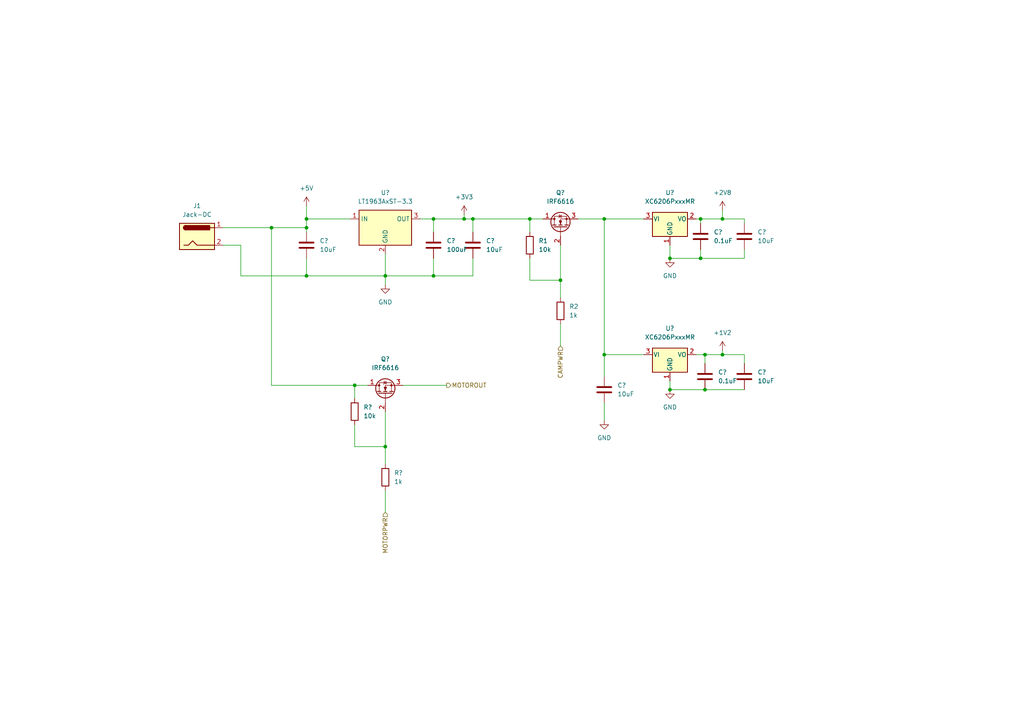
<source format=kicad_sch>
(kicad_sch (version 20211123) (generator eeschema)

  (uuid 9b0bdd01-8671-43b0-a690-85b1b211ff4e)

  (paper "A4")

  (lib_symbols
    (symbol "Connector:Jack-DC" (pin_names (offset 1.016)) (in_bom yes) (on_board yes)
      (property "Reference" "J" (id 0) (at 0 5.334 0)
        (effects (font (size 1.27 1.27)))
      )
      (property "Value" "Jack-DC" (id 1) (at 0 -5.08 0)
        (effects (font (size 1.27 1.27)))
      )
      (property "Footprint" "" (id 2) (at 1.27 -1.016 0)
        (effects (font (size 1.27 1.27)) hide)
      )
      (property "Datasheet" "~" (id 3) (at 1.27 -1.016 0)
        (effects (font (size 1.27 1.27)) hide)
      )
      (property "ki_keywords" "DC power barrel jack connector" (id 4) (at 0 0 0)
        (effects (font (size 1.27 1.27)) hide)
      )
      (property "ki_description" "DC Barrel Jack" (id 5) (at 0 0 0)
        (effects (font (size 1.27 1.27)) hide)
      )
      (property "ki_fp_filters" "BarrelJack*" (id 6) (at 0 0 0)
        (effects (font (size 1.27 1.27)) hide)
      )
      (symbol "Jack-DC_0_1"
        (rectangle (start -5.08 3.81) (end 5.08 -3.81)
          (stroke (width 0.254) (type default) (color 0 0 0 0))
          (fill (type background))
        )
        (arc (start -3.302 3.175) (mid -3.937 2.54) (end -3.302 1.905)
          (stroke (width 0.254) (type default) (color 0 0 0 0))
          (fill (type none))
        )
        (arc (start -3.302 3.175) (mid -3.937 2.54) (end -3.302 1.905)
          (stroke (width 0.254) (type default) (color 0 0 0 0))
          (fill (type outline))
        )
        (polyline
          (pts
            (xy 5.08 2.54)
            (xy 3.81 2.54)
          )
          (stroke (width 0.254) (type default) (color 0 0 0 0))
          (fill (type none))
        )
        (polyline
          (pts
            (xy -3.81 -2.54)
            (xy -2.54 -2.54)
            (xy -1.27 -1.27)
            (xy 0 -2.54)
            (xy 2.54 -2.54)
            (xy 5.08 -2.54)
          )
          (stroke (width 0.254) (type default) (color 0 0 0 0))
          (fill (type none))
        )
        (rectangle (start 3.683 3.175) (end -3.302 1.905)
          (stroke (width 0.254) (type default) (color 0 0 0 0))
          (fill (type outline))
        )
      )
      (symbol "Jack-DC_1_1"
        (pin passive line (at 7.62 2.54 180) (length 2.54)
          (name "~" (effects (font (size 1.27 1.27))))
          (number "1" (effects (font (size 1.27 1.27))))
        )
        (pin passive line (at 7.62 -2.54 180) (length 2.54)
          (name "~" (effects (font (size 1.27 1.27))))
          (number "2" (effects (font (size 1.27 1.27))))
        )
      )
    )
    (symbol "Device:C" (pin_numbers hide) (pin_names (offset 0.254)) (in_bom yes) (on_board yes)
      (property "Reference" "C" (id 0) (at 0.635 2.54 0)
        (effects (font (size 1.27 1.27)) (justify left))
      )
      (property "Value" "C" (id 1) (at 0.635 -2.54 0)
        (effects (font (size 1.27 1.27)) (justify left))
      )
      (property "Footprint" "" (id 2) (at 0.9652 -3.81 0)
        (effects (font (size 1.27 1.27)) hide)
      )
      (property "Datasheet" "~" (id 3) (at 0 0 0)
        (effects (font (size 1.27 1.27)) hide)
      )
      (property "ki_keywords" "cap capacitor" (id 4) (at 0 0 0)
        (effects (font (size 1.27 1.27)) hide)
      )
      (property "ki_description" "Unpolarized capacitor" (id 5) (at 0 0 0)
        (effects (font (size 1.27 1.27)) hide)
      )
      (property "ki_fp_filters" "C_*" (id 6) (at 0 0 0)
        (effects (font (size 1.27 1.27)) hide)
      )
      (symbol "C_0_1"
        (polyline
          (pts
            (xy -2.032 -0.762)
            (xy 2.032 -0.762)
          )
          (stroke (width 0.508) (type default) (color 0 0 0 0))
          (fill (type none))
        )
        (polyline
          (pts
            (xy -2.032 0.762)
            (xy 2.032 0.762)
          )
          (stroke (width 0.508) (type default) (color 0 0 0 0))
          (fill (type none))
        )
      )
      (symbol "C_1_1"
        (pin passive line (at 0 3.81 270) (length 2.794)
          (name "~" (effects (font (size 1.27 1.27))))
          (number "1" (effects (font (size 1.27 1.27))))
        )
        (pin passive line (at 0 -3.81 90) (length 2.794)
          (name "~" (effects (font (size 1.27 1.27))))
          (number "2" (effects (font (size 1.27 1.27))))
        )
      )
    )
    (symbol "Device:R" (pin_numbers hide) (pin_names (offset 0)) (in_bom yes) (on_board yes)
      (property "Reference" "R" (id 0) (at 2.032 0 90)
        (effects (font (size 1.27 1.27)))
      )
      (property "Value" "R" (id 1) (at 0 0 90)
        (effects (font (size 1.27 1.27)))
      )
      (property "Footprint" "" (id 2) (at -1.778 0 90)
        (effects (font (size 1.27 1.27)) hide)
      )
      (property "Datasheet" "~" (id 3) (at 0 0 0)
        (effects (font (size 1.27 1.27)) hide)
      )
      (property "ki_keywords" "R res resistor" (id 4) (at 0 0 0)
        (effects (font (size 1.27 1.27)) hide)
      )
      (property "ki_description" "Resistor" (id 5) (at 0 0 0)
        (effects (font (size 1.27 1.27)) hide)
      )
      (property "ki_fp_filters" "R_*" (id 6) (at 0 0 0)
        (effects (font (size 1.27 1.27)) hide)
      )
      (symbol "R_0_1"
        (rectangle (start -1.016 -2.54) (end 1.016 2.54)
          (stroke (width 0.254) (type default) (color 0 0 0 0))
          (fill (type none))
        )
      )
      (symbol "R_1_1"
        (pin passive line (at 0 3.81 270) (length 1.27)
          (name "~" (effects (font (size 1.27 1.27))))
          (number "1" (effects (font (size 1.27 1.27))))
        )
        (pin passive line (at 0 -3.81 90) (length 1.27)
          (name "~" (effects (font (size 1.27 1.27))))
          (number "2" (effects (font (size 1.27 1.27))))
        )
      )
    )
    (symbol "Regulator_Linear:LT1963AxST-3.3" (in_bom yes) (on_board yes)
      (property "Reference" "U" (id 0) (at -7.62 6.35 0)
        (effects (font (size 1.27 1.27)) (justify left))
      )
      (property "Value" "LT1963AxST-3.3" (id 1) (at -1.27 6.35 0)
        (effects (font (size 1.27 1.27)) (justify left))
      )
      (property "Footprint" "Package_TO_SOT_SMD:SOT-223-3_TabPin2" (id 2) (at 0 -11.43 0)
        (effects (font (size 1.27 1.27)) hide)
      )
      (property "Datasheet" "https://www.analog.com/media/en/technical-documentation/data-sheets/1963aff.pdf" (id 3) (at 0 -13.97 0)
        (effects (font (size 1.27 1.27)) hide)
      )
      (property "ki_keywords" "LDO voltage regulator fixed" (id 4) (at 0 0 0)
        (effects (font (size 1.27 1.27)) hide)
      )
      (property "ki_description" "3.3V, 1.5A, Low Noise, Fast Transient Response LDO Regulator, SOT-223" (id 5) (at 0 0 0)
        (effects (font (size 1.27 1.27)) hide)
      )
      (property "ki_fp_filters" "SOT*223*" (id 6) (at 0 0 0)
        (effects (font (size 1.27 1.27)) hide)
      )
      (symbol "LT1963AxST-3.3_0_1"
        (rectangle (start -7.62 5.08) (end 7.62 -5.08)
          (stroke (width 0.254) (type default) (color 0 0 0 0))
          (fill (type background))
        )
      )
      (symbol "LT1963AxST-3.3_1_1"
        (pin power_in line (at -10.16 2.54 0) (length 2.54)
          (name "IN" (effects (font (size 1.27 1.27))))
          (number "1" (effects (font (size 1.27 1.27))))
        )
        (pin power_in line (at 0 -7.62 90) (length 2.54)
          (name "GND" (effects (font (size 1.27 1.27))))
          (number "2" (effects (font (size 1.27 1.27))))
        )
        (pin power_out line (at 10.16 2.54 180) (length 2.54)
          (name "OUT" (effects (font (size 1.27 1.27))))
          (number "3" (effects (font (size 1.27 1.27))))
        )
      )
    )
    (symbol "Regulator_Linear:XC6206PxxxMR" (pin_names (offset 0.254)) (in_bom yes) (on_board yes)
      (property "Reference" "U" (id 0) (at -3.81 3.175 0)
        (effects (font (size 1.27 1.27)))
      )
      (property "Value" "XC6206PxxxMR" (id 1) (at 0 3.175 0)
        (effects (font (size 1.27 1.27)) (justify left))
      )
      (property "Footprint" "Package_TO_SOT_SMD:SOT-23" (id 2) (at 0 5.715 0)
        (effects (font (size 1.27 1.27) italic) hide)
      )
      (property "Datasheet" "https://www.torexsemi.com/file/xc6206/XC6206.pdf" (id 3) (at 0 0 0)
        (effects (font (size 1.27 1.27)) hide)
      )
      (property "ki_keywords" "Torex LDO Voltage Regulator Fixed Positive" (id 4) (at 0 0 0)
        (effects (font (size 1.27 1.27)) hide)
      )
      (property "ki_description" "Positive 60-250mA Low Dropout Regulator, Fixed Output, SOT-23" (id 5) (at 0 0 0)
        (effects (font (size 1.27 1.27)) hide)
      )
      (property "ki_fp_filters" "SOT?23*" (id 6) (at 0 0 0)
        (effects (font (size 1.27 1.27)) hide)
      )
      (symbol "XC6206PxxxMR_0_1"
        (rectangle (start -5.08 1.905) (end 5.08 -5.08)
          (stroke (width 0.254) (type default) (color 0 0 0 0))
          (fill (type background))
        )
      )
      (symbol "XC6206PxxxMR_1_1"
        (pin power_in line (at 0 -7.62 90) (length 2.54)
          (name "GND" (effects (font (size 1.27 1.27))))
          (number "1" (effects (font (size 1.27 1.27))))
        )
        (pin power_out line (at 7.62 0 180) (length 2.54)
          (name "VO" (effects (font (size 1.27 1.27))))
          (number "2" (effects (font (size 1.27 1.27))))
        )
        (pin power_in line (at -7.62 0 0) (length 2.54)
          (name "VI" (effects (font (size 1.27 1.27))))
          (number "3" (effects (font (size 1.27 1.27))))
        )
      )
    )
    (symbol "Transistor_FET:IRF6616" (pin_names hide) (in_bom yes) (on_board yes)
      (property "Reference" "Q" (id 0) (at 5.08 1.905 0)
        (effects (font (size 1.27 1.27)) (justify left))
      )
      (property "Value" "IRF6616" (id 1) (at 5.08 0 0)
        (effects (font (size 1.27 1.27)) (justify left))
      )
      (property "Footprint" "Package_DirectFET:DirectFET_MX" (id 2) (at 0 0 0)
        (effects (font (size 1.27 1.27) italic) hide)
      )
      (property "Datasheet" "https://www.infineon.com/dgdl/irf6616pbf.pdf?fileId=5546d462533600a4015355e843461a13" (id 3) (at 0 0 0)
        (effects (font (size 1.27 1.27)) (justify left) hide)
      )
      (property "ki_keywords" "N-Channel MOSFET" (id 4) (at 0 0 0)
        (effects (font (size 1.27 1.27)) hide)
      )
      (property "ki_description" "19A Id, 40V Vds, 5mOhm Rds, N-Channel MOSFET, DirectFET MX" (id 5) (at 0 0 0)
        (effects (font (size 1.27 1.27)) hide)
      )
      (property "ki_fp_filters" "DirectFET*MX*" (id 6) (at 0 0 0)
        (effects (font (size 1.27 1.27)) hide)
      )
      (symbol "IRF6616_0_1"
        (polyline
          (pts
            (xy 0.254 0)
            (xy -2.54 0)
          )
          (stroke (width 0) (type default) (color 0 0 0 0))
          (fill (type none))
        )
        (polyline
          (pts
            (xy 0.254 1.905)
            (xy 0.254 -1.905)
          )
          (stroke (width 0.254) (type default) (color 0 0 0 0))
          (fill (type none))
        )
        (polyline
          (pts
            (xy 0.762 -1.27)
            (xy 0.762 -2.286)
          )
          (stroke (width 0.254) (type default) (color 0 0 0 0))
          (fill (type none))
        )
        (polyline
          (pts
            (xy 0.762 0.508)
            (xy 0.762 -0.508)
          )
          (stroke (width 0.254) (type default) (color 0 0 0 0))
          (fill (type none))
        )
        (polyline
          (pts
            (xy 0.762 2.286)
            (xy 0.762 1.27)
          )
          (stroke (width 0.254) (type default) (color 0 0 0 0))
          (fill (type none))
        )
        (polyline
          (pts
            (xy 2.54 2.54)
            (xy 2.54 1.778)
          )
          (stroke (width 0) (type default) (color 0 0 0 0))
          (fill (type none))
        )
        (polyline
          (pts
            (xy 2.54 -2.54)
            (xy 2.54 0)
            (xy 0.762 0)
          )
          (stroke (width 0) (type default) (color 0 0 0 0))
          (fill (type none))
        )
        (polyline
          (pts
            (xy 0.762 -1.778)
            (xy 3.302 -1.778)
            (xy 3.302 1.778)
            (xy 0.762 1.778)
          )
          (stroke (width 0) (type default) (color 0 0 0 0))
          (fill (type none))
        )
        (polyline
          (pts
            (xy 1.016 0)
            (xy 2.032 0.381)
            (xy 2.032 -0.381)
            (xy 1.016 0)
          )
          (stroke (width 0) (type default) (color 0 0 0 0))
          (fill (type outline))
        )
        (polyline
          (pts
            (xy 2.794 0.508)
            (xy 2.921 0.381)
            (xy 3.683 0.381)
            (xy 3.81 0.254)
          )
          (stroke (width 0) (type default) (color 0 0 0 0))
          (fill (type none))
        )
        (polyline
          (pts
            (xy 3.302 0.381)
            (xy 2.921 -0.254)
            (xy 3.683 -0.254)
            (xy 3.302 0.381)
          )
          (stroke (width 0) (type default) (color 0 0 0 0))
          (fill (type none))
        )
        (circle (center 1.651 0) (radius 2.794)
          (stroke (width 0.254) (type default) (color 0 0 0 0))
          (fill (type none))
        )
        (circle (center 2.54 -1.778) (radius 0.254)
          (stroke (width 0) (type default) (color 0 0 0 0))
          (fill (type outline))
        )
        (circle (center 2.54 1.778) (radius 0.254)
          (stroke (width 0) (type default) (color 0 0 0 0))
          (fill (type outline))
        )
      )
      (symbol "IRF6616_1_1"
        (pin passive line (at 2.54 5.08 270) (length 2.54)
          (name "D" (effects (font (size 1.27 1.27))))
          (number "1" (effects (font (size 1.27 1.27))))
        )
        (pin input line (at -5.08 0 0) (length 2.54)
          (name "G" (effects (font (size 1.27 1.27))))
          (number "2" (effects (font (size 1.27 1.27))))
        )
        (pin passive line (at 2.54 -5.08 90) (length 2.54)
          (name "S" (effects (font (size 1.27 1.27))))
          (number "3" (effects (font (size 1.27 1.27))))
        )
      )
    )
    (symbol "power:+1V2" (power) (pin_names (offset 0)) (in_bom yes) (on_board yes)
      (property "Reference" "#PWR" (id 0) (at 0 -3.81 0)
        (effects (font (size 1.27 1.27)) hide)
      )
      (property "Value" "+1V2" (id 1) (at 0 3.556 0)
        (effects (font (size 1.27 1.27)))
      )
      (property "Footprint" "" (id 2) (at 0 0 0)
        (effects (font (size 1.27 1.27)) hide)
      )
      (property "Datasheet" "" (id 3) (at 0 0 0)
        (effects (font (size 1.27 1.27)) hide)
      )
      (property "ki_keywords" "power-flag" (id 4) (at 0 0 0)
        (effects (font (size 1.27 1.27)) hide)
      )
      (property "ki_description" "Power symbol creates a global label with name \"+1V2\"" (id 5) (at 0 0 0)
        (effects (font (size 1.27 1.27)) hide)
      )
      (symbol "+1V2_0_1"
        (polyline
          (pts
            (xy -0.762 1.27)
            (xy 0 2.54)
          )
          (stroke (width 0) (type default) (color 0 0 0 0))
          (fill (type none))
        )
        (polyline
          (pts
            (xy 0 0)
            (xy 0 2.54)
          )
          (stroke (width 0) (type default) (color 0 0 0 0))
          (fill (type none))
        )
        (polyline
          (pts
            (xy 0 2.54)
            (xy 0.762 1.27)
          )
          (stroke (width 0) (type default) (color 0 0 0 0))
          (fill (type none))
        )
      )
      (symbol "+1V2_1_1"
        (pin power_in line (at 0 0 90) (length 0) hide
          (name "+1V2" (effects (font (size 1.27 1.27))))
          (number "1" (effects (font (size 1.27 1.27))))
        )
      )
    )
    (symbol "power:+2V8" (power) (pin_names (offset 0)) (in_bom yes) (on_board yes)
      (property "Reference" "#PWR" (id 0) (at 0 -3.81 0)
        (effects (font (size 1.27 1.27)) hide)
      )
      (property "Value" "+2V8" (id 1) (at 0 3.556 0)
        (effects (font (size 1.27 1.27)))
      )
      (property "Footprint" "" (id 2) (at 0 0 0)
        (effects (font (size 1.27 1.27)) hide)
      )
      (property "Datasheet" "" (id 3) (at 0 0 0)
        (effects (font (size 1.27 1.27)) hide)
      )
      (property "ki_keywords" "power-flag" (id 4) (at 0 0 0)
        (effects (font (size 1.27 1.27)) hide)
      )
      (property "ki_description" "Power symbol creates a global label with name \"+2V8\"" (id 5) (at 0 0 0)
        (effects (font (size 1.27 1.27)) hide)
      )
      (symbol "+2V8_0_1"
        (polyline
          (pts
            (xy -0.762 1.27)
            (xy 0 2.54)
          )
          (stroke (width 0) (type default) (color 0 0 0 0))
          (fill (type none))
        )
        (polyline
          (pts
            (xy 0 0)
            (xy 0 2.54)
          )
          (stroke (width 0) (type default) (color 0 0 0 0))
          (fill (type none))
        )
        (polyline
          (pts
            (xy 0 2.54)
            (xy 0.762 1.27)
          )
          (stroke (width 0) (type default) (color 0 0 0 0))
          (fill (type none))
        )
      )
      (symbol "+2V8_1_1"
        (pin power_in line (at 0 0 90) (length 0) hide
          (name "+2V8" (effects (font (size 1.27 1.27))))
          (number "1" (effects (font (size 1.27 1.27))))
        )
      )
    )
    (symbol "power:+3.3V" (power) (pin_names (offset 0)) (in_bom yes) (on_board yes)
      (property "Reference" "#PWR" (id 0) (at 0 -3.81 0)
        (effects (font (size 1.27 1.27)) hide)
      )
      (property "Value" "+3.3V" (id 1) (at 0 3.556 0)
        (effects (font (size 1.27 1.27)))
      )
      (property "Footprint" "" (id 2) (at 0 0 0)
        (effects (font (size 1.27 1.27)) hide)
      )
      (property "Datasheet" "" (id 3) (at 0 0 0)
        (effects (font (size 1.27 1.27)) hide)
      )
      (property "ki_keywords" "power-flag" (id 4) (at 0 0 0)
        (effects (font (size 1.27 1.27)) hide)
      )
      (property "ki_description" "Power symbol creates a global label with name \"+3.3V\"" (id 5) (at 0 0 0)
        (effects (font (size 1.27 1.27)) hide)
      )
      (symbol "+3.3V_0_1"
        (polyline
          (pts
            (xy -0.762 1.27)
            (xy 0 2.54)
          )
          (stroke (width 0) (type default) (color 0 0 0 0))
          (fill (type none))
        )
        (polyline
          (pts
            (xy 0 0)
            (xy 0 2.54)
          )
          (stroke (width 0) (type default) (color 0 0 0 0))
          (fill (type none))
        )
        (polyline
          (pts
            (xy 0 2.54)
            (xy 0.762 1.27)
          )
          (stroke (width 0) (type default) (color 0 0 0 0))
          (fill (type none))
        )
      )
      (symbol "+3.3V_1_1"
        (pin power_in line (at 0 0 90) (length 0) hide
          (name "+3V3" (effects (font (size 1.27 1.27))))
          (number "1" (effects (font (size 1.27 1.27))))
        )
      )
    )
    (symbol "power:+5V" (power) (pin_names (offset 0)) (in_bom yes) (on_board yes)
      (property "Reference" "#PWR" (id 0) (at 0 -3.81 0)
        (effects (font (size 1.27 1.27)) hide)
      )
      (property "Value" "+5V" (id 1) (at 0 3.556 0)
        (effects (font (size 1.27 1.27)))
      )
      (property "Footprint" "" (id 2) (at 0 0 0)
        (effects (font (size 1.27 1.27)) hide)
      )
      (property "Datasheet" "" (id 3) (at 0 0 0)
        (effects (font (size 1.27 1.27)) hide)
      )
      (property "ki_keywords" "power-flag" (id 4) (at 0 0 0)
        (effects (font (size 1.27 1.27)) hide)
      )
      (property "ki_description" "Power symbol creates a global label with name \"+5V\"" (id 5) (at 0 0 0)
        (effects (font (size 1.27 1.27)) hide)
      )
      (symbol "+5V_0_1"
        (polyline
          (pts
            (xy -0.762 1.27)
            (xy 0 2.54)
          )
          (stroke (width 0) (type default) (color 0 0 0 0))
          (fill (type none))
        )
        (polyline
          (pts
            (xy 0 0)
            (xy 0 2.54)
          )
          (stroke (width 0) (type default) (color 0 0 0 0))
          (fill (type none))
        )
        (polyline
          (pts
            (xy 0 2.54)
            (xy 0.762 1.27)
          )
          (stroke (width 0) (type default) (color 0 0 0 0))
          (fill (type none))
        )
      )
      (symbol "+5V_1_1"
        (pin power_in line (at 0 0 90) (length 0) hide
          (name "+5V" (effects (font (size 1.27 1.27))))
          (number "1" (effects (font (size 1.27 1.27))))
        )
      )
    )
    (symbol "power:GND" (power) (pin_names (offset 0)) (in_bom yes) (on_board yes)
      (property "Reference" "#PWR" (id 0) (at 0 -6.35 0)
        (effects (font (size 1.27 1.27)) hide)
      )
      (property "Value" "GND" (id 1) (at 0 -3.81 0)
        (effects (font (size 1.27 1.27)))
      )
      (property "Footprint" "" (id 2) (at 0 0 0)
        (effects (font (size 1.27 1.27)) hide)
      )
      (property "Datasheet" "" (id 3) (at 0 0 0)
        (effects (font (size 1.27 1.27)) hide)
      )
      (property "ki_keywords" "power-flag" (id 4) (at 0 0 0)
        (effects (font (size 1.27 1.27)) hide)
      )
      (property "ki_description" "Power symbol creates a global label with name \"GND\" , ground" (id 5) (at 0 0 0)
        (effects (font (size 1.27 1.27)) hide)
      )
      (symbol "GND_0_1"
        (polyline
          (pts
            (xy 0 0)
            (xy 0 -1.27)
            (xy 1.27 -1.27)
            (xy 0 -2.54)
            (xy -1.27 -1.27)
            (xy 0 -1.27)
          )
          (stroke (width 0) (type default) (color 0 0 0 0))
          (fill (type none))
        )
      )
      (symbol "GND_1_1"
        (pin power_in line (at 0 0 270) (length 0) hide
          (name "GND" (effects (font (size 1.27 1.27))))
          (number "1" (effects (font (size 1.27 1.27))))
        )
      )
    )
  )

  (junction (at 175.26 102.87) (diameter 0) (color 0 0 0 0)
    (uuid 0a164da0-cb03-4678-8a8b-437dfc66aa2f)
  )
  (junction (at 209.55 63.5) (diameter 0) (color 0 0 0 0)
    (uuid 0b1c52b9-81fa-4288-a5d9-59437deec6f2)
  )
  (junction (at 204.47 102.87) (diameter 0) (color 0 0 0 0)
    (uuid 12b20585-c793-448e-b16f-63d7d77ccb89)
  )
  (junction (at 153.67 63.5) (diameter 0) (color 0 0 0 0)
    (uuid 12c73eb4-c30c-4be8-a04d-ec52da6a9843)
  )
  (junction (at 209.55 102.87) (diameter 0) (color 0 0 0 0)
    (uuid 173dfbae-8ba9-4e13-8658-5f31515eae77)
  )
  (junction (at 88.9 66.04) (diameter 0) (color 0 0 0 0)
    (uuid 2f69cf0c-5d06-4580-878f-763a93ce632c)
  )
  (junction (at 111.76 129.54) (diameter 0) (color 0 0 0 0)
    (uuid 3ac1ef82-eefd-4794-ab97-533110facc9f)
  )
  (junction (at 203.2 63.5) (diameter 0) (color 0 0 0 0)
    (uuid 60973ee9-4964-4dd5-ac46-744d499b38b5)
  )
  (junction (at 194.31 113.03) (diameter 0) (color 0 0 0 0)
    (uuid 7a10cc48-d76b-493a-8c82-a5b09c19f948)
  )
  (junction (at 194.31 74.93) (diameter 0) (color 0 0 0 0)
    (uuid 7c3379f3-791a-4e67-9e3b-6ee4f422bf64)
  )
  (junction (at 102.87 111.76) (diameter 0) (color 0 0 0 0)
    (uuid 8fb343d7-07b3-47a8-a3ec-f9aaeccad65e)
  )
  (junction (at 203.2 74.93) (diameter 0) (color 0 0 0 0)
    (uuid 95d45744-2479-4c2f-9c52-4ffcd067035d)
  )
  (junction (at 137.16 63.5) (diameter 0) (color 0 0 0 0)
    (uuid 991042c7-bb23-444f-acc3-042df74438db)
  )
  (junction (at 204.47 113.03) (diameter 0) (color 0 0 0 0)
    (uuid 99b637be-3f17-4ba0-858b-cd2655f82d76)
  )
  (junction (at 88.9 80.01) (diameter 0) (color 0 0 0 0)
    (uuid 9c5b165e-74e2-47d2-a784-31f4263466f2)
  )
  (junction (at 125.73 80.01) (diameter 0) (color 0 0 0 0)
    (uuid 9f06f562-5e09-474c-8302-1da3ed27ec71)
  )
  (junction (at 175.26 63.5) (diameter 0) (color 0 0 0 0)
    (uuid c59bcab1-87b9-4d16-afa2-efeec94b3122)
  )
  (junction (at 162.56 81.28) (diameter 0) (color 0 0 0 0)
    (uuid ce361bde-23df-488a-b5c4-ebf0869b1631)
  )
  (junction (at 111.76 80.01) (diameter 0) (color 0 0 0 0)
    (uuid dc4dd1fa-db44-45e8-bbac-427c5134b6bd)
  )
  (junction (at 78.74 66.04) (diameter 0) (color 0 0 0 0)
    (uuid e3719904-c986-4ae2-bd89-29daff38faa1)
  )
  (junction (at 134.62 63.5) (diameter 0) (color 0 0 0 0)
    (uuid ecff012c-800b-4fa2-9d2d-cdc50fe18953)
  )
  (junction (at 125.73 63.5) (diameter 0) (color 0 0 0 0)
    (uuid ed7e8ad0-e2b0-4cf2-8b86-86c1f0a54bc1)
  )
  (junction (at 88.9 63.5) (diameter 0) (color 0 0 0 0)
    (uuid f959ffb4-9e72-4ac3-a46e-d3b2ce41ed18)
  )

  (wire (pts (xy 186.69 102.87) (xy 175.26 102.87))
    (stroke (width 0) (type default) (color 0 0 0 0))
    (uuid 0157b630-aa0e-48a9-828d-829c4bc526c8)
  )
  (wire (pts (xy 111.76 142.24) (xy 111.76 148.59))
    (stroke (width 0) (type default) (color 0 0 0 0))
    (uuid 052ad127-c734-424f-987a-bc73d3b48640)
  )
  (wire (pts (xy 137.16 74.93) (xy 137.16 80.01))
    (stroke (width 0) (type default) (color 0 0 0 0))
    (uuid 08311f20-6fd3-419c-b350-f9326c54220a)
  )
  (wire (pts (xy 209.55 60.96) (xy 209.55 63.5))
    (stroke (width 0) (type default) (color 0 0 0 0))
    (uuid 0b1baae9-db38-4a9a-ab57-f74669856623)
  )
  (wire (pts (xy 201.93 63.5) (xy 203.2 63.5))
    (stroke (width 0) (type default) (color 0 0 0 0))
    (uuid 133ba757-94bb-4b64-a9b3-24da020c338b)
  )
  (wire (pts (xy 125.73 74.93) (xy 125.73 80.01))
    (stroke (width 0) (type default) (color 0 0 0 0))
    (uuid 146947e3-4bf2-4a49-a544-42109ab2ffa4)
  )
  (wire (pts (xy 111.76 73.66) (xy 111.76 80.01))
    (stroke (width 0) (type default) (color 0 0 0 0))
    (uuid 1c4d4d87-aa11-49c1-b372-f54794df2547)
  )
  (wire (pts (xy 153.67 63.5) (xy 153.67 67.31))
    (stroke (width 0) (type default) (color 0 0 0 0))
    (uuid 206dea5c-a01b-476f-9420-a14cf1d7abd2)
  )
  (wire (pts (xy 175.26 102.87) (xy 175.26 109.22))
    (stroke (width 0) (type default) (color 0 0 0 0))
    (uuid 2c648898-2469-488a-98ab-f2f06e0b89a2)
  )
  (wire (pts (xy 125.73 63.5) (xy 121.92 63.5))
    (stroke (width 0) (type default) (color 0 0 0 0))
    (uuid 2ec85a49-b212-4ec8-a603-b9cfa64550dc)
  )
  (wire (pts (xy 215.9 64.77) (xy 215.9 63.5))
    (stroke (width 0) (type default) (color 0 0 0 0))
    (uuid 36aabec1-45d7-4fde-888a-ec501edf2e87)
  )
  (wire (pts (xy 88.9 74.93) (xy 88.9 80.01))
    (stroke (width 0) (type default) (color 0 0 0 0))
    (uuid 383b1621-9112-4869-9452-43040571ca04)
  )
  (wire (pts (xy 78.74 66.04) (xy 88.9 66.04))
    (stroke (width 0) (type default) (color 0 0 0 0))
    (uuid 3d6e984f-352e-4ffe-ac2c-b0d00d19beff)
  )
  (wire (pts (xy 194.31 110.49) (xy 194.31 113.03))
    (stroke (width 0) (type default) (color 0 0 0 0))
    (uuid 411b7951-6cf8-4915-94ec-912703bfe497)
  )
  (wire (pts (xy 102.87 111.76) (xy 78.74 111.76))
    (stroke (width 0) (type default) (color 0 0 0 0))
    (uuid 41db3f28-5383-491a-b40d-3bdb155011a1)
  )
  (wire (pts (xy 111.76 119.38) (xy 111.76 129.54))
    (stroke (width 0) (type default) (color 0 0 0 0))
    (uuid 472da2a4-60cd-4e29-a9e6-1f027b983cdd)
  )
  (wire (pts (xy 162.56 71.12) (xy 162.56 81.28))
    (stroke (width 0) (type default) (color 0 0 0 0))
    (uuid 4977e09f-4c66-461b-a2b7-2059a37ddf64)
  )
  (wire (pts (xy 111.76 129.54) (xy 111.76 134.62))
    (stroke (width 0) (type default) (color 0 0 0 0))
    (uuid 4de1ef94-d857-4558-8ff4-157cf2cfe449)
  )
  (wire (pts (xy 204.47 102.87) (xy 204.47 105.41))
    (stroke (width 0) (type default) (color 0 0 0 0))
    (uuid 53b3faa8-4b18-4cb6-b031-b3b19e19893a)
  )
  (wire (pts (xy 175.26 63.5) (xy 175.26 102.87))
    (stroke (width 0) (type default) (color 0 0 0 0))
    (uuid 559ca19f-682a-4b30-b810-d6b00181993c)
  )
  (wire (pts (xy 175.26 116.84) (xy 175.26 121.92))
    (stroke (width 0) (type default) (color 0 0 0 0))
    (uuid 568136d8-c350-4027-b6e2-6388f301d1c4)
  )
  (wire (pts (xy 102.87 111.76) (xy 106.68 111.76))
    (stroke (width 0) (type default) (color 0 0 0 0))
    (uuid 5c011a34-0612-4230-954f-8860f59cccdb)
  )
  (wire (pts (xy 204.47 102.87) (xy 201.93 102.87))
    (stroke (width 0) (type default) (color 0 0 0 0))
    (uuid 5c4306fc-217c-4cff-b038-a210d725e74f)
  )
  (wire (pts (xy 209.55 102.87) (xy 215.9 102.87))
    (stroke (width 0) (type default) (color 0 0 0 0))
    (uuid 5cdebc4c-5315-4376-abfe-77e73a3e35ad)
  )
  (wire (pts (xy 125.73 63.5) (xy 125.73 67.31))
    (stroke (width 0) (type default) (color 0 0 0 0))
    (uuid 5d742c70-f8d7-42c7-9fac-7be7e485194e)
  )
  (wire (pts (xy 102.87 129.54) (xy 102.87 123.19))
    (stroke (width 0) (type default) (color 0 0 0 0))
    (uuid 5dd32fb7-5118-4e61-b0d3-9b18a32800a1)
  )
  (wire (pts (xy 88.9 63.5) (xy 88.9 66.04))
    (stroke (width 0) (type default) (color 0 0 0 0))
    (uuid 66629897-378c-4a5e-a16b-a5fb6ef19d1a)
  )
  (wire (pts (xy 134.62 62.23) (xy 134.62 63.5))
    (stroke (width 0) (type default) (color 0 0 0 0))
    (uuid 6acf135c-bc3f-4aae-aadd-16afe29a7d7a)
  )
  (wire (pts (xy 64.77 71.12) (xy 69.85 71.12))
    (stroke (width 0) (type default) (color 0 0 0 0))
    (uuid 6ddfd3e4-13eb-4561-9b75-8ff19485bb5a)
  )
  (wire (pts (xy 69.85 80.01) (xy 88.9 80.01))
    (stroke (width 0) (type default) (color 0 0 0 0))
    (uuid 735ac83c-24fa-413c-b9a9-744549aff437)
  )
  (wire (pts (xy 88.9 80.01) (xy 111.76 80.01))
    (stroke (width 0) (type default) (color 0 0 0 0))
    (uuid 744f4436-3728-4e99-a8fb-1ad1b840ad75)
  )
  (wire (pts (xy 137.16 67.31) (xy 137.16 63.5))
    (stroke (width 0) (type default) (color 0 0 0 0))
    (uuid 7511108f-1dd8-4218-8c4f-453ff4f6bba4)
  )
  (wire (pts (xy 111.76 80.01) (xy 111.76 82.55))
    (stroke (width 0) (type default) (color 0 0 0 0))
    (uuid 78b439ac-79c7-440e-bdcb-669f73f6ecdc)
  )
  (wire (pts (xy 215.9 105.41) (xy 215.9 102.87))
    (stroke (width 0) (type default) (color 0 0 0 0))
    (uuid 791d1157-79d9-4646-a688-308e22a944c3)
  )
  (wire (pts (xy 162.56 81.28) (xy 162.56 86.36))
    (stroke (width 0) (type default) (color 0 0 0 0))
    (uuid 7dd26b3d-12c5-4374-843e-4e2086540509)
  )
  (wire (pts (xy 209.55 63.5) (xy 215.9 63.5))
    (stroke (width 0) (type default) (color 0 0 0 0))
    (uuid 7f550b58-49db-4e08-905e-bf8e106601c8)
  )
  (wire (pts (xy 88.9 66.04) (xy 88.9 67.31))
    (stroke (width 0) (type default) (color 0 0 0 0))
    (uuid 8c404187-982b-4f8b-a1c1-b5372b05a4e1)
  )
  (wire (pts (xy 203.2 63.5) (xy 203.2 64.77))
    (stroke (width 0) (type default) (color 0 0 0 0))
    (uuid 8c5a7169-35db-48c7-9b24-7cc10cb189cd)
  )
  (wire (pts (xy 162.56 93.98) (xy 162.56 100.33))
    (stroke (width 0) (type default) (color 0 0 0 0))
    (uuid 8dd65c30-df2a-426b-8bb0-8f57e849c368)
  )
  (wire (pts (xy 215.9 72.39) (xy 215.9 74.93))
    (stroke (width 0) (type default) (color 0 0 0 0))
    (uuid 902f83d1-e71e-4d54-87b6-0f096f1eb140)
  )
  (wire (pts (xy 111.76 129.54) (xy 102.87 129.54))
    (stroke (width 0) (type default) (color 0 0 0 0))
    (uuid 9b7ed9fb-1c33-459f-9b1b-632ac148645b)
  )
  (wire (pts (xy 153.67 81.28) (xy 153.67 74.93))
    (stroke (width 0) (type default) (color 0 0 0 0))
    (uuid 9ccb4e1c-2e1b-41cd-aa2c-661418e370b1)
  )
  (wire (pts (xy 153.67 63.5) (xy 157.48 63.5))
    (stroke (width 0) (type default) (color 0 0 0 0))
    (uuid a3e69ea1-f656-4b10-90b2-590eff17400c)
  )
  (wire (pts (xy 102.87 111.76) (xy 102.87 115.57))
    (stroke (width 0) (type default) (color 0 0 0 0))
    (uuid b484cd71-718c-4f0f-80ef-dae1c93064c6)
  )
  (wire (pts (xy 209.55 101.6) (xy 209.55 102.87))
    (stroke (width 0) (type default) (color 0 0 0 0))
    (uuid bc9116d6-d68a-4318-9b1f-8357f00d6c39)
  )
  (wire (pts (xy 162.56 81.28) (xy 153.67 81.28))
    (stroke (width 0) (type default) (color 0 0 0 0))
    (uuid c05e44c3-a8ac-4b9a-a199-0b7f817fb775)
  )
  (wire (pts (xy 116.84 111.76) (xy 129.54 111.76))
    (stroke (width 0) (type default) (color 0 0 0 0))
    (uuid c124e531-96ec-41a6-93f4-7f7e49c02cae)
  )
  (wire (pts (xy 88.9 63.5) (xy 88.9 59.69))
    (stroke (width 0) (type default) (color 0 0 0 0))
    (uuid c58c8f91-c8f8-4b20-bf58-3530b93afd9d)
  )
  (wire (pts (xy 134.62 63.5) (xy 137.16 63.5))
    (stroke (width 0) (type default) (color 0 0 0 0))
    (uuid cc3f23c4-aa89-486b-b292-9beaadbaaed9)
  )
  (wire (pts (xy 203.2 74.93) (xy 194.31 74.93))
    (stroke (width 0) (type default) (color 0 0 0 0))
    (uuid d1b23dba-e347-4ea0-b94a-c7f71837a060)
  )
  (wire (pts (xy 194.31 113.03) (xy 204.47 113.03))
    (stroke (width 0) (type default) (color 0 0 0 0))
    (uuid d5c1ab19-8a16-4eb0-a4a6-307bed46d343)
  )
  (wire (pts (xy 64.77 66.04) (xy 78.74 66.04))
    (stroke (width 0) (type default) (color 0 0 0 0))
    (uuid d7968ac8-e2b8-474f-8501-5ca435ac0ebe)
  )
  (wire (pts (xy 69.85 71.12) (xy 69.85 80.01))
    (stroke (width 0) (type default) (color 0 0 0 0))
    (uuid d7c3e375-eec0-483e-8cc2-5c3e993c3f72)
  )
  (wire (pts (xy 194.31 71.12) (xy 194.31 74.93))
    (stroke (width 0) (type default) (color 0 0 0 0))
    (uuid dec32b86-4197-4be6-87c3-78ae6fc8efc7)
  )
  (wire (pts (xy 203.2 72.39) (xy 203.2 74.93))
    (stroke (width 0) (type default) (color 0 0 0 0))
    (uuid e0003577-1ad0-4b30-9985-4622a2484beb)
  )
  (wire (pts (xy 215.9 74.93) (xy 203.2 74.93))
    (stroke (width 0) (type default) (color 0 0 0 0))
    (uuid e05b193c-a26f-4217-a839-cb3ae1edfa39)
  )
  (wire (pts (xy 175.26 63.5) (xy 186.69 63.5))
    (stroke (width 0) (type default) (color 0 0 0 0))
    (uuid e0908e49-4cbd-4b60-a7f7-786f055fa7f1)
  )
  (wire (pts (xy 111.76 80.01) (xy 125.73 80.01))
    (stroke (width 0) (type default) (color 0 0 0 0))
    (uuid e39353d8-963f-4026-8338-08867d5b88c8)
  )
  (wire (pts (xy 137.16 63.5) (xy 153.67 63.5))
    (stroke (width 0) (type default) (color 0 0 0 0))
    (uuid e5463188-f3db-45dc-8341-ddb27276cc44)
  )
  (wire (pts (xy 125.73 63.5) (xy 134.62 63.5))
    (stroke (width 0) (type default) (color 0 0 0 0))
    (uuid e6b2dfe4-3d92-4e06-86d9-474041bc8361)
  )
  (wire (pts (xy 78.74 111.76) (xy 78.74 66.04))
    (stroke (width 0) (type default) (color 0 0 0 0))
    (uuid e7f1a940-2aec-456a-b666-4f3e0168ea0f)
  )
  (wire (pts (xy 204.47 113.03) (xy 215.9 113.03))
    (stroke (width 0) (type default) (color 0 0 0 0))
    (uuid e9897f0e-805e-46a7-82f5-7644bbc5ca1a)
  )
  (wire (pts (xy 125.73 80.01) (xy 137.16 80.01))
    (stroke (width 0) (type default) (color 0 0 0 0))
    (uuid ec955eab-bb43-4c9e-9583-b92e367ab57e)
  )
  (wire (pts (xy 203.2 63.5) (xy 209.55 63.5))
    (stroke (width 0) (type default) (color 0 0 0 0))
    (uuid f02fb2bd-3991-420d-a350-f8355823c5df)
  )
  (wire (pts (xy 204.47 102.87) (xy 209.55 102.87))
    (stroke (width 0) (type default) (color 0 0 0 0))
    (uuid f6099f7d-a6e7-4870-a97f-b21f8f1b21c5)
  )
  (wire (pts (xy 167.64 63.5) (xy 175.26 63.5))
    (stroke (width 0) (type default) (color 0 0 0 0))
    (uuid f8c3be53-4d68-4b45-9a13-50ff70122fb8)
  )
  (wire (pts (xy 101.6 63.5) (xy 88.9 63.5))
    (stroke (width 0) (type default) (color 0 0 0 0))
    (uuid fa1c0e53-1748-47c6-aa1f-819774ca701d)
  )

  (hierarchical_label "MOTORPWR" (shape input) (at 111.76 148.59 270)
    (effects (font (size 1.27 1.27)) (justify right))
    (uuid 8c5e82da-863f-4849-9739-de72126c78e5)
  )
  (hierarchical_label "MOTOROUT" (shape output) (at 129.54 111.76 0)
    (effects (font (size 1.27 1.27)) (justify left))
    (uuid bcd7c4d1-5d7c-4a52-9055-9ad039f46dfa)
  )
  (hierarchical_label "CAMPWR" (shape input) (at 162.56 100.33 270)
    (effects (font (size 1.27 1.27)) (justify right))
    (uuid c671c464-6495-45f7-ba18-0fd31ef088b1)
  )

  (symbol (lib_id "power:GND") (at 194.31 74.93 0) (unit 1)
    (in_bom yes) (on_board yes) (fields_autoplaced)
    (uuid 0f24f217-c3aa-4b3b-b2d6-da550094d3ab)
    (property "Reference" "#PWR?" (id 0) (at 194.31 81.28 0)
      (effects (font (size 1.27 1.27)) hide)
    )
    (property "Value" "GND" (id 1) (at 194.31 80.01 0))
    (property "Footprint" "" (id 2) (at 194.31 74.93 0)
      (effects (font (size 1.27 1.27)) hide)
    )
    (property "Datasheet" "" (id 3) (at 194.31 74.93 0)
      (effects (font (size 1.27 1.27)) hide)
    )
    (pin "1" (uuid 5657b2fa-72f2-4225-8ddc-07010ef8d020))
  )

  (symbol (lib_id "Transistor_FET:IRF6616") (at 111.76 114.3 90) (unit 1)
    (in_bom yes) (on_board yes) (fields_autoplaced)
    (uuid 36822268-d58f-4482-ae79-1a5edf763df7)
    (property "Reference" "Q?" (id 0) (at 111.76 104.14 90))
    (property "Value" "IRF6616" (id 1) (at 111.76 106.68 90))
    (property "Footprint" "Package_DirectFET:DirectFET_MX" (id 2) (at 111.76 114.3 0)
      (effects (font (size 1.27 1.27) italic) hide)
    )
    (property "Datasheet" "https://www.infineon.com/dgdl/irf6616pbf.pdf?fileId=5546d462533600a4015355e843461a13" (id 3) (at 111.76 114.3 0)
      (effects (font (size 1.27 1.27)) (justify left) hide)
    )
    (pin "1" (uuid b81a91b1-f7e2-42f8-ab58-d872b6aea939))
    (pin "2" (uuid a29dad07-140f-49a5-a5a0-92985c2abd94))
    (pin "3" (uuid 50b6c460-b020-4a96-80a8-afdcf2f230d9))
  )

  (symbol (lib_id "Regulator_Linear:XC6206PxxxMR") (at 194.31 102.87 0) (unit 1)
    (in_bom yes) (on_board yes) (fields_autoplaced)
    (uuid 3c8f079b-eb37-466c-8c96-878bb6d24b46)
    (property "Reference" "U?" (id 0) (at 194.31 95.25 0))
    (property "Value" "XC6206PxxxMR" (id 1) (at 194.31 97.79 0))
    (property "Footprint" "Package_TO_SOT_SMD:SOT-23" (id 2) (at 194.31 97.155 0)
      (effects (font (size 1.27 1.27) italic) hide)
    )
    (property "Datasheet" "https://www.torexsemi.com/file/xc6206/XC6206.pdf" (id 3) (at 194.31 102.87 0)
      (effects (font (size 1.27 1.27)) hide)
    )
    (pin "1" (uuid 6c8803a0-65c5-42e8-9243-7e68022a9810))
    (pin "2" (uuid 67c9abb5-f742-403e-ac5a-a8bc45a6fc3c))
    (pin "3" (uuid 4d42b5eb-8d2b-4ae8-9557-0f87b997cce0))
  )

  (symbol (lib_id "Device:R") (at 111.76 138.43 0) (unit 1)
    (in_bom yes) (on_board yes) (fields_autoplaced)
    (uuid 454c1e14-2c60-43c0-9a55-df5ad65653a7)
    (property "Reference" "R?" (id 0) (at 114.3 137.1599 0)
      (effects (font (size 1.27 1.27)) (justify left))
    )
    (property "Value" "1k" (id 1) (at 114.3 139.6999 0)
      (effects (font (size 1.27 1.27)) (justify left))
    )
    (property "Footprint" "" (id 2) (at 109.982 138.43 90)
      (effects (font (size 1.27 1.27)) hide)
    )
    (property "Datasheet" "~" (id 3) (at 111.76 138.43 0)
      (effects (font (size 1.27 1.27)) hide)
    )
    (pin "1" (uuid 7caf9bce-ada8-4e88-a089-a5e0a94ba639))
    (pin "2" (uuid cf605574-2cd7-411f-8ba0-3c1f02ae1f35))
  )

  (symbol (lib_id "power:GND") (at 194.31 113.03 0) (unit 1)
    (in_bom yes) (on_board yes) (fields_autoplaced)
    (uuid 471a9df9-8adf-462e-bf3b-9ce43d3aab1a)
    (property "Reference" "#PWR?" (id 0) (at 194.31 119.38 0)
      (effects (font (size 1.27 1.27)) hide)
    )
    (property "Value" "GND" (id 1) (at 194.31 118.11 0))
    (property "Footprint" "" (id 2) (at 194.31 113.03 0)
      (effects (font (size 1.27 1.27)) hide)
    )
    (property "Datasheet" "" (id 3) (at 194.31 113.03 0)
      (effects (font (size 1.27 1.27)) hide)
    )
    (pin "1" (uuid 8c1f66ed-87c1-4b86-b3ab-232fd9af3fe1))
  )

  (symbol (lib_id "Regulator_Linear:XC6206PxxxMR") (at 194.31 63.5 0) (unit 1)
    (in_bom yes) (on_board yes) (fields_autoplaced)
    (uuid 4e6f1511-5277-4418-80aa-37c347421d5b)
    (property "Reference" "U?" (id 0) (at 194.31 55.88 0))
    (property "Value" "XC6206PxxxMR" (id 1) (at 194.31 58.42 0))
    (property "Footprint" "Package_TO_SOT_SMD:SOT-23" (id 2) (at 194.31 57.785 0)
      (effects (font (size 1.27 1.27) italic) hide)
    )
    (property "Datasheet" "https://www.torexsemi.com/file/xc6206/XC6206.pdf" (id 3) (at 194.31 63.5 0)
      (effects (font (size 1.27 1.27)) hide)
    )
    (pin "1" (uuid 0bcd703b-0bfe-4bde-aff7-08324f80d800))
    (pin "2" (uuid 9891cd3d-8d35-4c4d-8ac2-1cc615f4cd16))
    (pin "3" (uuid 8dec4862-ed62-4485-a5ee-049bf9ff704d))
  )

  (symbol (lib_id "power:+3.3V") (at 134.62 62.23 0) (unit 1)
    (in_bom yes) (on_board yes) (fields_autoplaced)
    (uuid 551243f3-61a3-421c-9d5e-ef50e9cd99af)
    (property "Reference" "#PWR?" (id 0) (at 134.62 66.04 0)
      (effects (font (size 1.27 1.27)) hide)
    )
    (property "Value" "+3.3V" (id 1) (at 134.62 57.15 0))
    (property "Footprint" "" (id 2) (at 134.62 62.23 0)
      (effects (font (size 1.27 1.27)) hide)
    )
    (property "Datasheet" "" (id 3) (at 134.62 62.23 0)
      (effects (font (size 1.27 1.27)) hide)
    )
    (pin "1" (uuid 5b6ccc2f-2e28-448b-a6b3-b923474ce907))
  )

  (symbol (lib_id "power:GND") (at 111.76 82.55 0) (unit 1)
    (in_bom yes) (on_board yes) (fields_autoplaced)
    (uuid 5854f673-66df-4da0-b462-1c4693217687)
    (property "Reference" "#PWR?" (id 0) (at 111.76 88.9 0)
      (effects (font (size 1.27 1.27)) hide)
    )
    (property "Value" "GND" (id 1) (at 111.76 87.63 0))
    (property "Footprint" "" (id 2) (at 111.76 82.55 0)
      (effects (font (size 1.27 1.27)) hide)
    )
    (property "Datasheet" "" (id 3) (at 111.76 82.55 0)
      (effects (font (size 1.27 1.27)) hide)
    )
    (pin "1" (uuid 51c3864c-bc5e-42c4-a52e-7603de7a50c9))
  )

  (symbol (lib_id "Device:C") (at 215.9 68.58 0) (unit 1)
    (in_bom yes) (on_board yes) (fields_autoplaced)
    (uuid 663f179d-c013-47a6-9337-37ff4b66f73e)
    (property "Reference" "C?" (id 0) (at 219.71 67.3099 0)
      (effects (font (size 1.27 1.27)) (justify left))
    )
    (property "Value" "10uF" (id 1) (at 219.71 69.8499 0)
      (effects (font (size 1.27 1.27)) (justify left))
    )
    (property "Footprint" "" (id 2) (at 216.8652 72.39 0)
      (effects (font (size 1.27 1.27)) hide)
    )
    (property "Datasheet" "~" (id 3) (at 215.9 68.58 0)
      (effects (font (size 1.27 1.27)) hide)
    )
    (pin "1" (uuid 7a65ae9a-1edd-47c9-95be-34f49462d231))
    (pin "2" (uuid b871c23d-99e4-43c2-998d-6d2f20394bc8))
  )

  (symbol (lib_id "power:+2V8") (at 209.55 60.96 0) (unit 1)
    (in_bom yes) (on_board yes) (fields_autoplaced)
    (uuid 6f3a9836-0cda-4592-939e-9842d51c7d3c)
    (property "Reference" "#PWR?" (id 0) (at 209.55 64.77 0)
      (effects (font (size 1.27 1.27)) hide)
    )
    (property "Value" "+2V8" (id 1) (at 209.55 55.88 0))
    (property "Footprint" "" (id 2) (at 209.55 60.96 0)
      (effects (font (size 1.27 1.27)) hide)
    )
    (property "Datasheet" "" (id 3) (at 209.55 60.96 0)
      (effects (font (size 1.27 1.27)) hide)
    )
    (pin "1" (uuid 0b8d3251-cd2a-4a03-ab8b-bc1b6c1f0132))
  )

  (symbol (lib_id "Device:C") (at 137.16 71.12 0) (unit 1)
    (in_bom yes) (on_board yes) (fields_autoplaced)
    (uuid 706a28de-db4d-45af-904f-d7d7959b798c)
    (property "Reference" "C?" (id 0) (at 140.97 69.8499 0)
      (effects (font (size 1.27 1.27)) (justify left))
    )
    (property "Value" "10uF" (id 1) (at 140.97 72.3899 0)
      (effects (font (size 1.27 1.27)) (justify left))
    )
    (property "Footprint" "" (id 2) (at 138.1252 74.93 0)
      (effects (font (size 1.27 1.27)) hide)
    )
    (property "Datasheet" "~" (id 3) (at 137.16 71.12 0)
      (effects (font (size 1.27 1.27)) hide)
    )
    (pin "1" (uuid 2e8ae436-56e4-47c8-83a5-e6eba94d64d2))
    (pin "2" (uuid 77bb211d-0519-4309-97be-60b26f1fffd8))
  )

  (symbol (lib_id "power:+5V") (at 88.9 59.69 0) (unit 1)
    (in_bom yes) (on_board yes) (fields_autoplaced)
    (uuid 75136a65-b209-408d-b01a-31b6b6a9520c)
    (property "Reference" "#PWR?" (id 0) (at 88.9 63.5 0)
      (effects (font (size 1.27 1.27)) hide)
    )
    (property "Value" "+5V" (id 1) (at 88.9 54.61 0))
    (property "Footprint" "" (id 2) (at 88.9 59.69 0)
      (effects (font (size 1.27 1.27)) hide)
    )
    (property "Datasheet" "" (id 3) (at 88.9 59.69 0)
      (effects (font (size 1.27 1.27)) hide)
    )
    (pin "1" (uuid 0a8db6b5-68fa-4ded-ae10-85a30c9825d1))
  )

  (symbol (lib_id "Device:C") (at 204.47 109.22 0) (unit 1)
    (in_bom yes) (on_board yes) (fields_autoplaced)
    (uuid 77640cc2-06d1-42cf-88c6-679053d89c0b)
    (property "Reference" "C?" (id 0) (at 208.28 107.9499 0)
      (effects (font (size 1.27 1.27)) (justify left))
    )
    (property "Value" "0.1uF" (id 1) (at 208.28 110.4899 0)
      (effects (font (size 1.27 1.27)) (justify left))
    )
    (property "Footprint" "" (id 2) (at 205.4352 113.03 0)
      (effects (font (size 1.27 1.27)) hide)
    )
    (property "Datasheet" "~" (id 3) (at 204.47 109.22 0)
      (effects (font (size 1.27 1.27)) hide)
    )
    (pin "1" (uuid 9f387859-0b06-4a2f-b84a-6119388ab566))
    (pin "2" (uuid 4d2e00e3-15e5-4999-a124-3064ffbb8023))
  )

  (symbol (lib_id "power:+1V2") (at 209.55 101.6 0) (unit 1)
    (in_bom yes) (on_board yes) (fields_autoplaced)
    (uuid 78d02e26-c917-44aa-9e39-66a2f9ed3402)
    (property "Reference" "#PWR?" (id 0) (at 209.55 105.41 0)
      (effects (font (size 1.27 1.27)) hide)
    )
    (property "Value" "+1V2" (id 1) (at 209.55 96.52 0))
    (property "Footprint" "" (id 2) (at 209.55 101.6 0)
      (effects (font (size 1.27 1.27)) hide)
    )
    (property "Datasheet" "" (id 3) (at 209.55 101.6 0)
      (effects (font (size 1.27 1.27)) hide)
    )
    (pin "1" (uuid cd888993-3483-4537-9dc3-95ac6f14806d))
  )

  (symbol (lib_id "Device:C") (at 203.2 68.58 0) (unit 1)
    (in_bom yes) (on_board yes) (fields_autoplaced)
    (uuid 85cb09c7-418a-4e24-91c7-6b797292fb3b)
    (property "Reference" "C?" (id 0) (at 207.01 67.3099 0)
      (effects (font (size 1.27 1.27)) (justify left))
    )
    (property "Value" "0.1uF" (id 1) (at 207.01 69.8499 0)
      (effects (font (size 1.27 1.27)) (justify left))
    )
    (property "Footprint" "" (id 2) (at 204.1652 72.39 0)
      (effects (font (size 1.27 1.27)) hide)
    )
    (property "Datasheet" "~" (id 3) (at 203.2 68.58 0)
      (effects (font (size 1.27 1.27)) hide)
    )
    (pin "1" (uuid 7361ac6d-1ea0-4f7c-9e62-6e3e3d41ce1e))
    (pin "2" (uuid afa48eea-001f-4b40-bfcb-1d0373da980b))
  )

  (symbol (lib_id "Connector:Jack-DC") (at 57.15 68.58 0) (unit 1)
    (in_bom yes) (on_board yes) (fields_autoplaced)
    (uuid 86c59b64-be34-4a00-a6ad-38b9a69e0515)
    (property "Reference" "J1" (id 0) (at 57.15 59.69 0))
    (property "Value" "Jack-DC" (id 1) (at 57.15 62.23 0))
    (property "Footprint" "" (id 2) (at 58.42 69.596 0)
      (effects (font (size 1.27 1.27)) hide)
    )
    (property "Datasheet" "~" (id 3) (at 58.42 69.596 0)
      (effects (font (size 1.27 1.27)) hide)
    )
    (pin "1" (uuid 7ad3ecca-d682-4e6a-a05a-1ca8e63df96a))
    (pin "2" (uuid d8c0a2eb-d686-48d4-ac75-9fe6e0de470e))
  )

  (symbol (lib_id "Transistor_FET:IRF6616") (at 162.56 66.04 90) (unit 1)
    (in_bom yes) (on_board yes) (fields_autoplaced)
    (uuid 8c155e08-856a-410f-bd4c-7324ecfcb45f)
    (property "Reference" "Q?" (id 0) (at 162.56 55.88 90))
    (property "Value" "IRF6616" (id 1) (at 162.56 58.42 90))
    (property "Footprint" "Package_DirectFET:DirectFET_MX" (id 2) (at 162.56 66.04 0)
      (effects (font (size 1.27 1.27) italic) hide)
    )
    (property "Datasheet" "https://www.infineon.com/dgdl/irf6616pbf.pdf?fileId=5546d462533600a4015355e843461a13" (id 3) (at 162.56 66.04 0)
      (effects (font (size 1.27 1.27)) (justify left) hide)
    )
    (pin "1" (uuid f41b96cd-864a-4d4a-83b1-fd5f9c47ee2e))
    (pin "2" (uuid 2d896371-fc88-44b5-95d6-c349b87e239c))
    (pin "3" (uuid f9bb28ad-cd3f-48df-9a19-d2b8f60403ac))
  )

  (symbol (lib_id "Device:C") (at 175.26 113.03 0) (unit 1)
    (in_bom yes) (on_board yes) (fields_autoplaced)
    (uuid a1c6fa94-2028-4b20-a53f-112e656faa72)
    (property "Reference" "C?" (id 0) (at 179.07 111.7599 0)
      (effects (font (size 1.27 1.27)) (justify left))
    )
    (property "Value" "10uF" (id 1) (at 179.07 114.2999 0)
      (effects (font (size 1.27 1.27)) (justify left))
    )
    (property "Footprint" "" (id 2) (at 176.2252 116.84 0)
      (effects (font (size 1.27 1.27)) hide)
    )
    (property "Datasheet" "~" (id 3) (at 175.26 113.03 0)
      (effects (font (size 1.27 1.27)) hide)
    )
    (pin "1" (uuid c4d7e08c-0e4c-4189-8925-47218a92a7c6))
    (pin "2" (uuid a2851794-4c56-4b95-b1be-e701c5e11a34))
  )

  (symbol (lib_id "Regulator_Linear:LT1963AxST-3.3") (at 111.76 66.04 0) (unit 1)
    (in_bom yes) (on_board yes) (fields_autoplaced)
    (uuid a2aa7fc9-c929-49ca-bc2e-c05b1540dde0)
    (property "Reference" "U?" (id 0) (at 111.76 55.88 0))
    (property "Value" "LT1963AxST-3.3" (id 1) (at 111.76 58.42 0))
    (property "Footprint" "Package_TO_SOT_SMD:SOT-223-3_TabPin2" (id 2) (at 111.76 77.47 0)
      (effects (font (size 1.27 1.27)) hide)
    )
    (property "Datasheet" "https://www.analog.com/media/en/technical-documentation/data-sheets/1963aff.pdf" (id 3) (at 111.76 80.01 0)
      (effects (font (size 1.27 1.27)) hide)
    )
    (pin "1" (uuid 1602a56c-eb96-48b9-968f-795e09e41ca5))
    (pin "2" (uuid ac298db6-6afc-48d3-b193-6741463e6cc6))
    (pin "3" (uuid d46b10ec-8d4b-4ef7-986e-7a6449c87544))
  )

  (symbol (lib_id "power:GND") (at 175.26 121.92 0) (unit 1)
    (in_bom yes) (on_board yes) (fields_autoplaced)
    (uuid a591d85d-c336-4a58-ba6d-f0893e835137)
    (property "Reference" "#PWR?" (id 0) (at 175.26 128.27 0)
      (effects (font (size 1.27 1.27)) hide)
    )
    (property "Value" "GND" (id 1) (at 175.26 127 0))
    (property "Footprint" "" (id 2) (at 175.26 121.92 0)
      (effects (font (size 1.27 1.27)) hide)
    )
    (property "Datasheet" "" (id 3) (at 175.26 121.92 0)
      (effects (font (size 1.27 1.27)) hide)
    )
    (pin "1" (uuid 8ddbf94b-8634-4a0a-b90e-b83f3dbed9ff))
  )

  (symbol (lib_id "Device:C") (at 88.9 71.12 0) (unit 1)
    (in_bom yes) (on_board yes) (fields_autoplaced)
    (uuid aad21d7d-dbfe-4940-b4a4-ae6289f61b02)
    (property "Reference" "C?" (id 0) (at 92.71 69.8499 0)
      (effects (font (size 1.27 1.27)) (justify left))
    )
    (property "Value" "10uF" (id 1) (at 92.71 72.3899 0)
      (effects (font (size 1.27 1.27)) (justify left))
    )
    (property "Footprint" "" (id 2) (at 89.8652 74.93 0)
      (effects (font (size 1.27 1.27)) hide)
    )
    (property "Datasheet" "~" (id 3) (at 88.9 71.12 0)
      (effects (font (size 1.27 1.27)) hide)
    )
    (pin "1" (uuid ee452002-5dfa-4e0a-bb4c-4b3269b66114))
    (pin "2" (uuid d2d50e9e-8bf1-4c9b-91b2-dbe710058818))
  )

  (symbol (lib_id "Device:C") (at 125.73 71.12 0) (unit 1)
    (in_bom yes) (on_board yes) (fields_autoplaced)
    (uuid af0aae71-b0b9-442b-aba7-b0cb1508b1f3)
    (property "Reference" "C?" (id 0) (at 129.54 69.8499 0)
      (effects (font (size 1.27 1.27)) (justify left))
    )
    (property "Value" "100uF" (id 1) (at 129.54 72.3899 0)
      (effects (font (size 1.27 1.27)) (justify left))
    )
    (property "Footprint" "" (id 2) (at 126.6952 74.93 0)
      (effects (font (size 1.27 1.27)) hide)
    )
    (property "Datasheet" "~" (id 3) (at 125.73 71.12 0)
      (effects (font (size 1.27 1.27)) hide)
    )
    (pin "1" (uuid e20d3f10-88a6-48cb-bd71-05636f82a982))
    (pin "2" (uuid c1e35ecb-5e6e-4b21-b700-1492e3da1d0c))
  )

  (symbol (lib_id "Device:R") (at 153.67 71.12 0) (unit 1)
    (in_bom yes) (on_board yes) (fields_autoplaced)
    (uuid bd7bcf3c-b14e-4914-b86d-820b45c0a529)
    (property "Reference" "R1" (id 0) (at 156.21 69.8499 0)
      (effects (font (size 1.27 1.27)) (justify left))
    )
    (property "Value" "10k" (id 1) (at 156.21 72.3899 0)
      (effects (font (size 1.27 1.27)) (justify left))
    )
    (property "Footprint" "" (id 2) (at 151.892 71.12 90)
      (effects (font (size 1.27 1.27)) hide)
    )
    (property "Datasheet" "~" (id 3) (at 153.67 71.12 0)
      (effects (font (size 1.27 1.27)) hide)
    )
    (pin "1" (uuid 3d71cf45-5926-4dd5-a5c2-8ce1734d6dcb))
    (pin "2" (uuid e05b13fb-fd0a-456c-9876-2cc06f7e6714))
  )

  (symbol (lib_id "Device:R") (at 102.87 119.38 0) (unit 1)
    (in_bom yes) (on_board yes) (fields_autoplaced)
    (uuid bff546b5-214a-4896-a34b-7238e88729e7)
    (property "Reference" "R?" (id 0) (at 105.41 118.1099 0)
      (effects (font (size 1.27 1.27)) (justify left))
    )
    (property "Value" "10k" (id 1) (at 105.41 120.6499 0)
      (effects (font (size 1.27 1.27)) (justify left))
    )
    (property "Footprint" "" (id 2) (at 101.092 119.38 90)
      (effects (font (size 1.27 1.27)) hide)
    )
    (property "Datasheet" "~" (id 3) (at 102.87 119.38 0)
      (effects (font (size 1.27 1.27)) hide)
    )
    (pin "1" (uuid c813b011-90b1-46b1-aa63-5089a4128a61))
    (pin "2" (uuid 33fe7603-3bab-4528-ae47-f7dfbab1ead5))
  )

  (symbol (lib_id "Device:R") (at 162.56 90.17 0) (unit 1)
    (in_bom yes) (on_board yes) (fields_autoplaced)
    (uuid ec173f01-7642-46ee-94bc-2358f72f7d40)
    (property "Reference" "R2" (id 0) (at 165.1 88.8999 0)
      (effects (font (size 1.27 1.27)) (justify left))
    )
    (property "Value" "1k" (id 1) (at 165.1 91.4399 0)
      (effects (font (size 1.27 1.27)) (justify left))
    )
    (property "Footprint" "" (id 2) (at 160.782 90.17 90)
      (effects (font (size 1.27 1.27)) hide)
    )
    (property "Datasheet" "~" (id 3) (at 162.56 90.17 0)
      (effects (font (size 1.27 1.27)) hide)
    )
    (pin "1" (uuid 198c1e05-11d3-4da2-b4d0-d4e9ecbf54ba))
    (pin "2" (uuid fedd1db6-f3d1-432e-be3e-375ad43a76ef))
  )

  (symbol (lib_id "Device:C") (at 215.9 109.22 0) (unit 1)
    (in_bom yes) (on_board yes) (fields_autoplaced)
    (uuid eda00cdc-0234-4fbb-9acb-c2f24da6be15)
    (property "Reference" "C?" (id 0) (at 219.71 107.9499 0)
      (effects (font (size 1.27 1.27)) (justify left))
    )
    (property "Value" "10uF" (id 1) (at 219.71 110.4899 0)
      (effects (font (size 1.27 1.27)) (justify left))
    )
    (property "Footprint" "" (id 2) (at 216.8652 113.03 0)
      (effects (font (size 1.27 1.27)) hide)
    )
    (property "Datasheet" "~" (id 3) (at 215.9 109.22 0)
      (effects (font (size 1.27 1.27)) hide)
    )
    (pin "1" (uuid 4ec0fcc4-8cc6-4d49-890c-1a3a800d764a))
    (pin "2" (uuid d91669a7-2eb2-49e9-a9dc-f56251c5a93b))
  )
)

</source>
